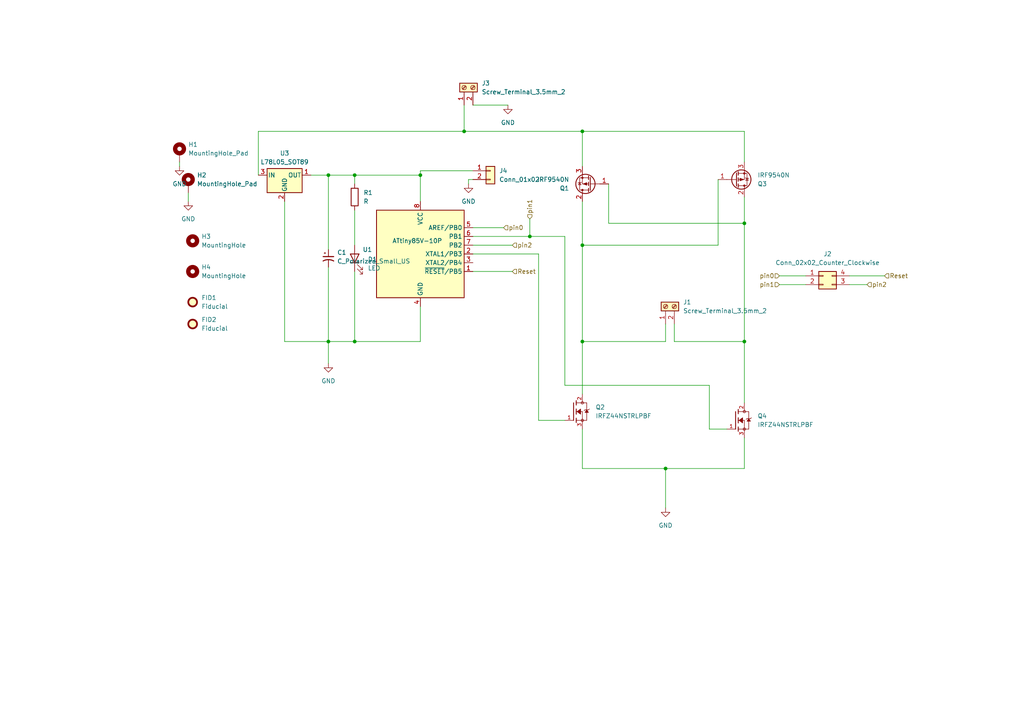
<source format=kicad_sch>
(kicad_sch (version 20231120) (generator "eeschema") (generator_version "8.0")
  (paper "A4")
  (title_block (title "AC_M V2 (DC-AC converter)") (date "19/03/2025") (rev "V2") (company "Fundi Bots") (comment 1 "Design by Henry") (comment 2 "Revised by Eric"))
  (lib_symbols
    (symbol "Connector_Generic:Conn_01x02" (pin_names (offset 1.016) hide)
      (property "Reference" "J" (at 0 2.54 0))
      (property "Value" "Conn_01x02" (at 0 -5.08 0))
      (symbol "Conn_01x02_1_1"
        (rectangle (start -1.27 -2.413) (end 0 -2.667) (stroke (width 0.1524)))
        (rectangle (start -1.27 0.127) (end 0 -0.127) (stroke (width 0.1524)))
        (rectangle (start -1.27 1.27) (end 1.27 -3.81) (stroke (width 0.254)) (fill (type background)))
        (pin passive line (at -5.08 0 0) (length 3.81) (name "Pin_1") (number "1"))
        (pin passive line (at -5.08 -2.54 0) (length 3.81) (name "Pin_2") (number "2"))
      )
    )
    (symbol "Connector_Generic:Conn_02x02_Counter_Clockwise" (pin_names (offset 1.016) hide)
      (property "Reference" "J" (at 1.27 2.54 0))
      (property "Value" "Conn_02x02_Counter_Clockwise" (at 1.27 -5.08 0))
      (symbol "Conn_02x02_Counter_Clockwise_1_1"
        (rectangle (start -1.27 -2.413) (end 0 -2.667) (stroke (width 0.1524)))
        (rectangle (start -1.27 0.127) (end 0 -0.127) (stroke (width 0.1524)))
        (rectangle (start -1.27 1.27) (end 3.81 -3.81) (stroke (width 0.254)) (fill (type background)))
        (rectangle (start 3.81 -2.413) (end 2.54 -2.667) (stroke (width 0.1524)))
        (rectangle (start 3.81 0.127) (end 2.54 -0.127) (stroke (width 0.1524)))
        (pin passive line (at -5.08 0 0) (length 3.81) (name "Pin_1") (number "1"))
        (pin passive line (at -5.08 -2.54 0) (length 3.81) (name "Pin_2") (number "2"))
        (pin passive line (at 7.62 -2.54 180) (length 3.81) (name "Pin_3") (number "3"))
        (pin passive line (at 7.62 0 180) (length 3.81) (name "Pin_4") (number "4"))
      )
    )
    (symbol "Device:C_Polarized_Small_US" (pin_numbers hide) (pin_names (offset 0.254) hide)
      (property "Reference" "C" (at 0.254 1.778 0))
      (property "Value" "C_Polarized_Small_US" (at 0.254 -2.032 0))
      (symbol "C_Polarized_Small_US_0_1"
        (polyline (pts (xy -1.524 0.508) (xy 1.524 0.508)) (stroke (width 0.3048)))
        (polyline (pts (xy -1.27 1.524) (xy -0.762 1.524)))
        (polyline (pts (xy -1.016 1.27) (xy -1.016 1.778)))
        (arc (start 1.524 -0.762) (mid 0 -0.3734) (end -1.524 -0.762) (stroke (width 0.3048)))
      )
      (symbol "C_Polarized_Small_US_1_1"
        (pin passive line (at 0 2.54 270) (length 2.032) (name "~") (number "1"))
        (pin passive line (at 0 -2.54 90) (length 2.032) (name "~") (number "2"))
      )
    )
    (symbol "Device:LED" (pin_numbers hide) (pin_names (offset 1.016) hide)
      (property "Reference" "D" (at 0 2.54 0))
      (property "Value" "LED" (at 0 -2.54 0))
      (symbol "LED_0_1"
        (polyline (pts (xy -1.27 -1.27) (xy -1.27 1.27)) (stroke (width 0.254)))
        (polyline (pts (xy -1.27 0) (xy 1.27 0)))
        (polyline (pts (xy 1.27 -1.27) (xy 1.27 1.27) (xy -1.27 0) (xy 1.27 -1.27)) (stroke (width 0.254)))
        (polyline (pts (xy -3.048 -0.762) (xy -4.572 -2.286) (xy -3.81 -2.286) (xy -4.572 -2.286) (xy -4.572 -1.524)))
        (polyline (pts (xy -1.778 -0.762) (xy -3.302 -2.286) (xy -2.54 -2.286) (xy -3.302 -2.286) (xy -3.302 -1.524)))
      )
      (symbol "LED_1_1"
        (pin passive line (at -3.81 0 0) (length 2.54) (name "K") (number "1"))
        (pin passive line (at 3.81 0 180) (length 2.54) (name "A") (number "2"))
      )
    )
    (symbol "Device:R" (pin_numbers hide) (pin_names (offset 0))
      (property "Reference" "R" (at 2.032 0 90))
      (property "Value" "R" (at 0 0 90))
      (symbol "R_0_1"
        (rectangle (start -1.016 -2.54) (end 1.016 2.54) (stroke (width 0.254)))
      )
      (symbol "R_1_1"
        (pin passive line (at 0 3.81 270) (length 1.27) (name "~") (number "1"))
        (pin passive line (at 0 -3.81 90) (length 1.27) (name "~") (number "2"))
      )
    )
    (symbol "IRFZ44NSTRLPBF:IRFZ44NSTRLPBF" (pin_names (offset 1.016))
      (property "Reference" "Q" (at -8.89 2.54 0))
      (property "Value" "IRFZ44NSTRLPBF" (at -8.89 -7.62 0))
      (symbol "IRFZ44NSTRLPBF_0_0"
        (polyline (pts (xy 0 2.54) (xy 0 -2.54)) (stroke (width 0.254)))
        (polyline (pts (xy 0.762 -2.54) (xy 0.762 -3.175)) (stroke (width 0.254)))
        (polyline (pts (xy 0.762 -1.905) (xy 0.762 -2.54)) (stroke (width 0.254)))
        (polyline (pts (xy 0.762 0) (xy 0.762 -0.762)) (stroke (width 0.254)))
        (polyline (pts (xy 0.762 0) (xy 2.54 0)) (stroke (width 0.1524)))
        (polyline (pts (xy 0.762 0.762) (xy 0.762 0)) (stroke (width 0.254)))
        (polyline (pts (xy 0.762 2.54) (xy 0.762 1.905)) (stroke (width 0.254)))
        (polyline (pts (xy 0.762 2.54) (xy 3.81 2.54)) (stroke (width 0.1524)))
        (polyline (pts (xy 0.762 3.175) (xy 0.762 2.54)) (stroke (width 0.254)))
        (polyline (pts (xy 2.54 -2.54) (xy 0.762 -2.54)) (stroke (width 0.1524)))
        (polyline (pts (xy 2.54 -2.54) (xy 3.81 -2.54)) (stroke (width 0.1524)))
        (polyline (pts (xy 2.54 0) (xy 2.54 -2.54)) (stroke (width 0.1524)))
        (polyline (pts (xy 3.302 0.508) (xy 3.048 0.254)) (stroke (width 0.1524)))
        (polyline (pts (xy 3.81 0.508) (xy 3.302 0.508)) (stroke (width 0.1524)))
        (polyline (pts (xy 3.81 0.508) (xy 3.81 -2.54)) (stroke (width 0.1524)))
        (polyline (pts (xy 3.81 2.54) (xy 3.81 0.508)) (stroke (width 0.1524)))
        (polyline (pts (xy 4.318 0.508) (xy 3.81 0.508)) (stroke (width 0.1524)))
        (polyline (pts (xy 4.572 0.762) (xy 4.318 0.508)) (stroke (width 0.1524)))
        (polyline (pts (xy 1.016 0) (xy 2.032 0.762) (xy 2.032 -0.762) (xy 1.016 0)) (stroke (width 0.1524)) (fill (type outline)))
        (polyline (pts (xy 3.81 0.508) (xy 3.302 -0.254) (xy 4.318 -0.254) (xy 3.81 0.508)) (stroke (width 0.1524)) (fill (type outline)))
        (circle (center 2.54 -2.54) (radius 0.3592))
        (circle (center 2.54 2.54) (radius 0.3592))
        (pin passive line (at -2.54 -2.54 0) (length 2.54) (name "~") (number "1"))
        (pin passive line (at 2.54 5.08 270) (length 2.54) (name "~") (number "2"))
        (pin passive line (at 2.54 -5.08 90) (length 2.54) (name "~") (number "3"))
      )
    )
    (symbol "MCU_Microchip_ATtiny:ATtiny85V-10P"
      (property "Reference" "U" (at -12.7 13.97 0))
      (property "Value" "ATtiny85V-10P" (at 2.54 -13.97 0))
      (symbol "ATtiny85V-10P_0_1"
        (rectangle (start -12.7 -12.7) (end 12.7 12.7) (stroke (width 0.254)) (fill (type background)))
      )
      (symbol "ATtiny85V-10P_1_1"
        (pin bidirectional line (at 15.24 -5.08 180) (length 2.54) (name "~{RESET}/PB5") (number "1"))
        (pin bidirectional line (at 15.24 0 180) (length 2.54) (name "XTAL1/PB3") (number "2"))
        (pin bidirectional line (at 15.24 -2.54 180) (length 2.54) (name "XTAL2/PB4") (number "3"))
        (pin power_in line (at 0 -15.24 90) (length 2.54) (name "GND") (number "4"))
        (pin bidirectional line (at 15.24 7.62 180) (length 2.54) (name "AREF/PB0") (number "5"))
        (pin bidirectional line (at 15.24 5.08 180) (length 2.54) (name "PB1") (number "6"))
        (pin bidirectional line (at 15.24 2.54 180) (length 2.54) (name "PB2") (number "7"))
        (pin power_in line (at 0 15.24 270) (length 2.54) (name "VCC") (number "8"))
      )
    )
    (symbol "Mechanical:Fiducial" (exclude_from_sim yes) (in_bom no)
      (property "Reference" "FID" (at 0 5.08 0))
      (property "Value" "Fiducial" (at 0 3.175 0))
      (symbol "Fiducial_0_1"
        (circle (center 0 0) (radius 1.27) (stroke (width 0.508)) (fill (type background)))
      )
    )
    (symbol "Mechanical:MountingHole" (pin_names (offset 1.016)) (exclude_from_sim yes) (in_bom no)
      (property "Reference" "H" (at 0 5.08 0))
      (property "Value" "MountingHole" (at 0 3.175 0))
      (symbol "MountingHole_0_1"
        (circle (center 0 0) (radius 1.27) (stroke (width 1.27)))
      )
    )
    (symbol "Mechanical:MountingHole_Pad" (pin_numbers hide) (pin_names (offset 1.016) hide)
      (property "Reference" "H" (at 0 6.35 0))
      (property "Value" "MountingHole_Pad" (at 0 4.445 0))
      (symbol "MountingHole_Pad_0_1"
        (circle (center 0 1.27) (radius 1.27) (stroke (width 1.27)))
      )
      (symbol "MountingHole_Pad_1_1"
        (pin input line (at 0 -2.54 90) (length 2.54) (name "1") (number "1"))
      )
    )
    (symbol "Regulator_Linear:L78L05_SOT89" (pin_names (offset 0.254))
      (property "Reference" "U" (at -3.81 3.175 0))
      (property "Value" "L78L05_SOT89" (at -0.635 3.175 0))
      (symbol "L78L05_SOT89_0_1"
        (rectangle (start -5.08 1.905) (end 5.08 -5.08) (stroke (width 0.254)) (fill (type background)))
      )
      (symbol "L78L05_SOT89_1_1"
        (pin power_out line (at 7.62 0 180) (length 2.54) (name "OUT") (number "1"))
        (pin power_in line (at 0 -7.62 90) (length 2.54) (name "GND") (number "2"))
        (pin power_in line (at -7.62 0 0) (length 2.54) (name "IN") (number "3"))
      )
    )
    (symbol "Sparkfun Connectors:Screw_Terminal_3.5mm_2" (pin_names (offset 1.016) hide)
      (property "Reference" "J" (at 0 3.81 0))
      (property "Value" "Screw_Terminal_3.5mm_2" (at 0 -3.81 0))
      (symbol "Screw_Terminal_3.5mm_2_1_1"
        (rectangle (start -1.27 2.54) (end 1.27 -2.54) (stroke (width 0.254)) (fill (type background)))
        (circle (center 0 -1.27) (radius 0.635) (stroke (width 0.1524)))
        (polyline (pts (xy -0.5334 -0.9398) (xy 0.3302 -1.778)) (stroke (width 0.1524)))
        (polyline (pts (xy -0.5334 1.6002) (xy 0.3302 0.762)) (stroke (width 0.1524)))
        (polyline (pts (xy -0.3556 -0.762) (xy 0.508 -1.6002)) (stroke (width 0.1524)))
        (polyline (pts (xy -0.3556 1.778) (xy 0.508 0.9398)) (stroke (width 0.1524)))
        (circle (center 0 1.27) (radius 0.635) (stroke (width 0.1524)))
        (pin passive line (at -5.08 1.27 0) (length 3.81) (name "Pin_1") (number "1"))
        (pin passive line (at -5.08 -1.27 0) (length 3.81) (name "Pin_2") (number "2"))
      )
    )
    (symbol "Transistor_FET:IRF9540N" (pin_names hide)
      (property "Reference" "Q" (at 5.08 1.905 0))
      (property "Value" "IRF9540N" (at 5.08 0 0))
      (symbol "IRF9540N_0_1"
        (polyline (pts (xy 0.254 0) (xy -2.54 0)))
        (polyline (pts (xy 0.254 1.905) (xy 0.254 -1.905)) (stroke (width 0.254)))
        (polyline (pts (xy 0.762 -1.27) (xy 0.762 -2.286)) (stroke (width 0.254)))
        (polyline (pts (xy 0.762 0.508) (xy 0.762 -0.508)) (stroke (width 0.254)))
        (polyline (pts (xy 0.762 2.286) (xy 0.762 1.27)) (stroke (width 0.254)))
        (polyline (pts (xy 2.54 2.54) (xy 2.54 1.778)))
        (polyline (pts (xy 2.54 -2.54) (xy 2.54 0) (xy 0.762 0)))
        (polyline (pts (xy 0.762 1.778) (xy 3.302 1.778) (xy 3.302 -1.778) (xy 0.762 -1.778)))
        (polyline (pts (xy 2.286 0) (xy 1.27 0.381) (xy 1.27 -0.381) (xy 2.286 0)) (fill (type outline)))
        (polyline (pts (xy 2.794 -0.508) (xy 2.921 -0.381) (xy 3.683 -0.381) (xy 3.81 -0.254)))
        (polyline (pts (xy 3.302 -0.381) (xy 2.921 0.254) (xy 3.683 0.254) (xy 3.302 -0.381)))
        (circle (center 1.651 0) (radius 2.794) (stroke (width 0.254)))
        (circle (center 2.54 -1.778) (radius 0.254) (fill (type outline)))
        (circle (center 2.54 1.778) (radius 0.254) (fill (type outline)))
      )
      (symbol "IRF9540N_1_1"
        (pin input line (at -5.08 0 0) (length 2.54) (name "G") (number "1"))
        (pin passive line (at 2.54 5.08 270) (length 2.54) (name "D") (number "2"))
        (pin passive line (at 2.54 -5.08 90) (length 2.54) (name "S") (number "3"))
      )
    )
    (symbol "power:GND" (power) (pin_names (offset 0))
      (property "Value" "GND" (at 0 -3.81 0))
      (symbol "GND_0_1"
        (polyline (pts (xy 0 0) (xy 0 -1.27) (xy 1.27 -1.27) (xy 0 -2.54) (xy -1.27 -1.27) (xy 0 -1.27)))
      )
      (symbol "GND_1_1"
        (pin power_in line (at 0 0 270) (length 0) hide (name "GND") (number "1"))
      )
    )
  )
  (junction (at 102.87 50.8))
  (junction (at 193.04 135.89))
  (junction (at 168.91 71.12))
  (junction (at 215.9 64.77))
  (junction (at 134.62 38.1))
  (junction (at 153.67 68.58))
  (junction (at 102.87 99.06))
  (junction (at 95.25 99.06))
  (junction (at 121.92 50.8))
  (junction (at 95.25 50.8))
  (junction (at 168.91 38.1))
  (junction (at 168.91 99.06))
  (junction (at 215.9 99.06))
  (wire (pts (xy 193.04 93.98) (xy 193.04 99.06)))
  (wire (pts (xy 246.38 80.01) (xy 256.54 80.01)))
  (wire (pts (xy 134.62 38.1) (xy 168.91 38.1)))
  (wire (pts (xy 82.55 99.06) (xy 95.25 99.06)))
  (wire (pts (xy 176.53 53.34) (xy 176.53 64.77)))
  (wire (pts (xy 215.9 99.06) (xy 215.9 116.84)))
  (wire (pts (xy 208.28 52.07) (xy 208.28 71.12)))
  (wire (pts (xy 168.91 124.46) (xy 168.91 135.89)))
  (wire (pts (xy 168.91 38.1) (xy 168.91 48.26)))
  (wire (pts (xy 215.9 64.77) (xy 215.9 99.06)))
  (wire (pts (xy 163.83 111.76) (xy 205.74 111.76)))
  (wire (pts (xy 205.74 111.76) (xy 205.74 124.46)))
  (wire (pts (xy 52.07 46.99) (xy 52.07 48.26)))
  (wire (pts (xy 215.9 57.15) (xy 215.9 64.77)))
  (wire (pts (xy 163.83 68.58) (xy 163.83 111.76)))
  (wire (pts (xy 156.21 121.92) (xy 163.83 121.92)))
  (wire (pts (xy 90.17 50.8) (xy 95.25 50.8)))
  (wire (pts (xy 168.91 38.1) (xy 215.9 38.1)))
  (wire (pts (xy 137.16 78.74) (xy 148.59 78.74)))
  (wire (pts (xy 137.16 66.04) (xy 146.05 66.04)))
  (wire (pts (xy 153.67 63.5) (xy 153.67 68.58)))
  (wire (pts (xy 168.91 135.89) (xy 193.04 135.89)))
  (wire (pts (xy 54.61 55.88) (xy 54.61 58.42)))
  (wire (pts (xy 95.25 72.39) (xy 95.25 50.8)))
  (wire (pts (xy 95.25 99.06) (xy 102.87 99.06)))
  (wire (pts (xy 195.58 93.98) (xy 195.58 99.06)))
  (wire (pts (xy 95.25 77.47) (xy 95.25 99.06)))
  (wire (pts (xy 137.16 52.07) (xy 135.89 52.07)))
  (wire (pts (xy 121.92 49.53) (xy 121.92 50.8)))
  (wire (pts (xy 193.04 135.89) (xy 193.04 147.32)))
  (wire (pts (xy 95.25 99.06) (xy 95.25 105.41)))
  (wire (pts (xy 102.87 60.96) (xy 102.87 71.12)))
  (wire (pts (xy 195.58 99.06) (xy 215.9 99.06)))
  (wire (pts (xy 137.16 71.12) (xy 148.59 71.12)))
  (wire (pts (xy 205.74 124.46) (xy 210.82 124.46)))
  (wire (pts (xy 137.16 49.53) (xy 121.92 49.53)))
  (wire (pts (xy 168.91 99.06) (xy 168.91 114.3)))
  (wire (pts (xy 246.38 82.55) (xy 251.46 82.55)))
  (wire (pts (xy 134.62 30.48) (xy 134.62 38.1)))
  (wire (pts (xy 135.89 52.07) (xy 135.89 53.34)))
  (wire (pts (xy 121.92 58.42) (xy 121.92 50.8)))
  (wire (pts (xy 121.92 88.9) (xy 121.92 99.06)))
  (wire (pts (xy 208.28 71.12) (xy 168.91 71.12)))
  (wire (pts (xy 121.92 50.8) (xy 102.87 50.8)))
  (wire (pts (xy 82.55 58.42) (xy 82.55 99.06)))
  (wire (pts (xy 226.06 82.55) (xy 233.68 82.55)))
  (wire (pts (xy 74.93 38.1) (xy 74.93 50.8)))
  (wire (pts (xy 74.93 38.1) (xy 134.62 38.1)))
  (wire (pts (xy 215.9 135.89) (xy 215.9 127)))
  (wire (pts (xy 121.92 99.06) (xy 102.87 99.06)))
  (wire (pts (xy 137.16 30.48) (xy 147.32 30.48)))
  (wire (pts (xy 176.53 64.77) (xy 215.9 64.77)))
  (wire (pts (xy 193.04 99.06) (xy 168.91 99.06)))
  (wire (pts (xy 102.87 50.8) (xy 102.87 53.34)))
  (wire (pts (xy 156.21 73.66) (xy 156.21 121.92)))
  (wire (pts (xy 215.9 38.1) (xy 215.9 46.99)))
  (wire (pts (xy 137.16 73.66) (xy 156.21 73.66)))
  (wire (pts (xy 193.04 135.89) (xy 215.9 135.89)))
  (wire (pts (xy 137.16 68.58) (xy 153.67 68.58)))
  (wire (pts (xy 95.25 50.8) (xy 102.87 50.8)))
  (wire (pts (xy 153.67 68.58) (xy 163.83 68.58)))
  (wire (pts (xy 168.91 71.12) (xy 168.91 99.06)))
  (wire (pts (xy 102.87 78.74) (xy 102.87 99.06)))
  (wire (pts (xy 226.06 80.01) (xy 233.68 80.01)))
  (wire (pts (xy 168.91 58.42) (xy 168.91 71.12)))
  (hierarchical_label "pin1" (shape input) (at 153.67 63.5 90))
  (hierarchical_label "Reset" (shape input) (at 148.59 78.74 0))
  (hierarchical_label "pin0" (shape input) (at 226.06 80.01 180))
  (hierarchical_label "Reset" (shape input) (at 256.54 80.01 0))
  (hierarchical_label "pin1" (shape input) (at 226.06 82.55 180))
  (hierarchical_label "pin0" (shape input) (at 146.05 66.04 0))
  (hierarchical_label "pin2" (shape input) (at 251.46 82.55 0))
  (hierarchical_label "pin2" (shape input) (at 148.59 71.12 0))
  (symbol (lib_id "Mechanical:Fiducial") (at 55.88 87.63 0) (unit 1) (exclude_from_sim yes) (in_bom no)
    (property "Reference" "FID1" (at 58.42 86.3599 0) (effects (justify left)))
    (property "Value" "Fiducial" (at 58.42 88.8999 0) (effects (justify left)))
    (property "Footprint" "Fiducial:Fiducial_0.5mm_Mask1mm" (effects (hide yes)))
    (property "Description" "Fiducial Marker" (effects (hide yes)))
  )
  (symbol (lib_id "Mechanical:MountingHole") (at 55.88 78.74 0) (unit 1) (exclude_from_sim yes) (in_bom no)
    (property "Reference" "H4" (at 58.42 77.4699 0) (effects (justify left)))
    (property "Value" "MountingHole" (at 58.42 80.0099 0) (effects (justify left)))
    (property "Footprint" "MountingHole:MountingHole_3.2mm_M3" (effects (hide yes)))
    (property "Description" "Mounting Hole without connection" (effects (hide yes)))
  )
  (symbol (lib_id "Connector_Generic:Conn_01x02") (at 142.24 49.53 0) (unit 1)
    (property "Reference" "J4" (at 144.78 49.5299 0) (effects (justify left)))
    (property "Value" "Conn_01x02" (at 144.78 52.0699 0) (effects (justify left)))
    (property "Footprint" "Connector_PinHeader_2.54mm:PinHeader_1x02_P2.54mm_Vertical" (effects (hide yes)))
    (property "Description" "Generic connector, single row, 01x02, script generated (kicad-library-utils/schlib/autogen/connector/)" (effects (hide yes)))
  )
  (symbol (lib_id "power:GND") (at 135.89 53.34 0) (unit 1)
    (property "Reference" "#PWR05" (effects (hide yes)))
    (property "Value" "GND" (at 135.89 58.42 0))
  )
  (symbol (lib_id "IRFZ44NSTRLPBF:IRFZ44NSTRLPBF") (at 166.37 119.38 0) (unit 1)
    (property "Reference" "Q2" (at 172.72 118.1099 0) (effects (justify left)))
    (property "Value" "IRFZ44NSTRLPBF" (at 172.72 120.6499 0) (effects (justify left)))
    (property "Footprint" "Package_TO_SOT_SMD:TO-263-2" (effects (hide yes)))
    (property "MF" "Infineon Technologies" (effects (hide yes)))
    (property "MAXIMUM_PACKAGE_HEIGHT" "4.83mm" (effects (hide yes)))
    (property "Package" "D2PAK Infineon" (effects (hide yes)))
    (property "Price" "None" (effects (hide yes)))
    (property "Check_prices" "https://www.snapeda.com/parts/IRFZ44NSTRLPBF/Infineon/view-part/?ref=eda" (effects (hide yes)))
    (property "STANDARD" "IPC 7351B" (effects (hide yes)))
    (property "PARTREV" "3/18/04" (effects (hide yes)))
    (property "SnapEDA_Link" "https://www.snapeda.com/parts/IRFZ44NSTRLPBF/Infineon/view-part/?ref=snap" (effects (hide yes)))
    (property "MP" "IRFZ44NSTRLPBF" (effects (hide yes)))
    (property "Description_1" "\n                        \n                            RoHS Compliant | Low RDS(on) | Industry-leading quality | Dynamic dv/dt Rating | Fast Switching | Fully Avalanche Rated | 175C Operating Temperature\n                        \n" (effects (hide yes)))
    (property "Availability" "In Stock" (effects (hide yes)))
    (property "MANUFACTURER" "Infineon Technologies" (effects (hide yes)))
  )
  (symbol (lib_id "power:GND") (at 54.61 58.42 0) (unit 1)
    (property "Reference" "#PWR03" (effects (hide yes)))
    (property "Value" "GND" (at 54.61 63.5 0))
  )
  (symbol (lib_id "Mechanical:MountingHole_Pad") (at 54.61 53.34 0) (unit 1)
    (property "Reference" "H2" (at 57.15 50.8 0) (effects (justify left)))
    (property "Value" "MountingHole_Pad" (at 57.15 53.34 0) (effects (justify left)))
    (property "Footprint" "MountingHole:MountingHole_2.2mm_M2_DIN965_Pad" (effects (hide yes)))
  )
  (symbol (lib_id "Sparkfun Connectors:Screw_Terminal_3.5mm_2") (at 135.89 25.4 90) (unit 1)
    (property "Reference" "J3" (at 139.7 24.1299 90) (effects (justify right)))
    (property "Value" "Screw_Terminal_3.5mm_2" (at 139.7 26.6699 90) (effects (justify right)))
    (property "Footprint" "TerminalBlock_MetzConnect:TerminalBlock_MetzConnect_Type011_RT05502HBWC_1x02_P5.00mm_Horizontal" (effects (hide yes)))
    (property "Datasheet" "https://cdn.sparkfun.com/assets/8/5/e/4/d/ASS_4091_CO.pdf" (effects (hide yes)))
    (property "Description" "Generic screw terminal, single row," (effects (hide yes)))
    (property "PROD_ID" "CONN-08399" (effects (hide yes)))
  )
  (symbol (lib_id "Device:LED") (at 102.87 74.93 90) (unit 1)
    (property "Reference" "D1" (at 106.68 75.2475 90) (effects (justify right)))
    (property "Value" "LED" (at 106.68 77.7875 90) (effects (justify right)))
    (property "Footprint" "LED_SMD:LED_1206_3216Metric_Pad1.42x1.75mm_HandSolder" (effects (hide yes)))
  )
  (symbol (lib_id "power:GND") (at 147.32 30.48 0) (unit 1)
    (property "Reference" "#PWR04" (effects (hide yes)))
    (property "Value" "GND" (at 147.32 35.56 0))
  )
  (symbol (lib_id "power:GND") (at 52.07 48.26 0) (unit 1)
    (property "Reference" "#PWR02" (effects (hide yes)))
    (property "Value" "GND" (at 52.07 53.34 0))
  )
  (symbol (lib_id "Regulator_Linear:L78L05_SOT89") (at 82.55 50.8 0) (unit 1)
    (property "Reference" "U3" (at 82.55 44.45 0))
    (property "Value" "L78L05_SOT89" (at 82.55 46.99 0))
    (property "Footprint" "Package_TO_SOT_SMD:SOT-89-3_Handsoldering" (effects (hide yes)))
    (property "Datasheet" "http://www.st.com/content/ccc/resource/technical/document/datasheet/15/55/e5/aa/23/5b/43/fd/CD00000446.pdf/files/CD00000446.pdf/jcr:content/translations/en.CD00000446.pdf" (effects (hide yes)))
    (property "Description" "Positive 100mA 30V Linear Regulator, Fixed Output 5V, SOT-89" (effects (hide yes)))
  )
  (symbol (lib_id "Connector_Generic:Conn_02x02_Counter_Clockwise") (at 238.76 80.01 0) (unit 1)
    (property "Reference" "J2" (at 240.03 73.66 0))
    (property "Value" "Conn_02x02_Counter_Clockwise" (at 240.03 76.2 0))
    (property "Footprint" "Connector_PinHeader_2.54mm:PinHeader_2x02_P2.54mm_Vertical" (effects (hide yes)))
    (property "Description" "Generic connector, double row, 02x02, counter clockwise pin numbering scheme (similar to DIP package numbering), script generated (kicad-library-utils/schlib/autogen/connector/)" (effects (hide yes)))
  )
  (symbol (lib_id "power:GND") (at 95.25 105.41 0) (unit 1)
    (property "Reference" "#PWR01" (effects (hide yes)))
    (property "Value" "GND" (at 95.25 110.49 0))
  )
  (symbol (lib_id "Transistor_FET:IRF9540N") (at 213.36 52.07 0) (mirror x) (unit 1)
    (property "Reference" "Q3" (at 219.71 53.34 0) (effects (justify left)))
    (property "Value" "IRF9540N" (at 219.71 50.8 0) (effects (justify left)))
    (property "Footprint" "Package_TO_SOT_SMD:TO-263-2" (effects (hide yes)))
    (property "Datasheet" "http://www.irf.com/product-info/datasheets/data/irf9540n.pdf" (effects (hide yes)))
  )
  (symbol (lib_id "power:GND") (at 193.04 147.32 0) (unit 1)
    (property "Reference" "#PWR06" (effects (hide yes)))
    (property "Value" "GND" (at 193.04 152.4 0))
  )
  (symbol (lib_id "IRFZ44NSTRLPBF:IRFZ44NSTRLPBF") (at 213.36 121.92 0) (unit 1)
    (property "Reference" "Q4" (at 219.71 120.6499 0) (effects (justify left)))
    (property "Value" "IRFZ44NSTRLPBF" (at 219.71 123.1899 0) (effects (justify left)))
    (property "Footprint" "Package_TO_SOT_SMD:TO-263-2" (effects (hide yes)))
    (property "MF" "Infineon Technologies" (effects (hide yes)))
    (property "MAXIMUM_PACKAGE_HEIGHT" "4.83mm" (effects (hide yes)))
    (property "Package" "D2PAK Infineon" (effects (hide yes)))
    (property "Price" "None" (effects (hide yes)))
    (property "Check_prices" "https://www.snapeda.com/parts/IRFZ44NSTRLPBF/Infineon/view-part/?ref=eda" (effects (hide yes)))
    (property "STANDARD" "IPC 7351B" (effects (hide yes)))
    (property "PARTREV" "3/18/04" (effects (hide yes)))
    (property "SnapEDA_Link" "https://www.snapeda.com/parts/IRFZ44NSTRLPBF/Infineon/view-part/?ref=snap" (effects (hide yes)))
    (property "MP" "IRFZ44NSTRLPBF" (effects (hide yes)))
    (property "Description_1" "\n                        \n                            RoHS Compliant | Low RDS(on) | Industry-leading quality | Dynamic dv/dt Rating | Fast Switching | Fully Avalanche Rated | 175C Operating Temperature\n                        \n" (effects (hide yes)))
    (property "Availability" "In Stock" (effects (hide yes)))
    (property "MANUFACTURER" "Infineon Technologies" (effects (hide yes)))
  )
  (symbol (lib_id "Device:C_Polarized_Small_US") (at 95.25 74.93 0) (unit 1)
    (property "Reference" "C1" (at 97.79 73.2282 0) (effects (justify left)))
    (property "Value" "C_Polarized_Small_US" (at 97.79 75.7682 0) (effects (justify left)))
    (property "Footprint" "Capacitor_SMD:CP_Elec_4x5.3" (effects (hide yes)))
  )
  (symbol (lib_id "Transistor_FET:IRF9540N") (at 171.45 53.34 180) (unit 1)
    (property "Reference" "Q1" (at 165.1 54.61 0) (effects (justify left)))
    (property "Value" "IRF9540N" (at 165.1 52.07 0) (effects (justify left)))
    (property "Footprint" "Package_TO_SOT_SMD:TO-263-2" (effects (hide yes)))
    (property "Datasheet" "http://www.irf.com/product-info/datasheets/data/irf9540n.pdf" (effects (hide yes)))
  )
  (symbol (lib_id "Mechanical:Fiducial") (at 55.88 93.98 0) (unit 1) (exclude_from_sim yes) (in_bom no)
    (property "Reference" "FID2" (at 58.42 92.7099 0) (effects (justify left)))
    (property "Value" "Fiducial" (at 58.42 95.2499 0) (effects (justify left)))
    (property "Footprint" "Fiducial:Fiducial_0.5mm_Mask1mm" (effects (hide yes)))
    (property "Description" "Fiducial Marker" (effects (hide yes)))
  )
  (symbol (lib_id "MCU_Microchip_ATtiny:ATtiny85V-10P") (at 121.92 73.66 0) (unit 1)
    (property "Reference" "U1" (at 107.95 72.39 0) (effects (justify right)))
    (property "Value" "ATtiny85V-10P" (at 128.27 69.85 0) (effects (justify right)))
    (property "Footprint" "Package_SO:SOP-8_5.28x5.23mm_P1.27mm" (effects (hide yes)))
    (property "Datasheet" "http://ww1.microchip.com/downloads/en/DeviceDoc/atmel-2586-avr-8-bit-microcontroller-attiny25-attiny45-attiny85_datasheet.pdf" (effects (hide yes)))
  )
  (symbol (lib_id "Sparkfun Connectors:Screw_Terminal_3.5mm_2") (at 194.31 88.9 90) (unit 1)
    (property "Reference" "J1" (at 198.12 87.6299 90) (effects (justify right)))
    (property "Value" "Screw_Terminal_3.5mm_2" (at 198.12 90.1699 90) (effects (justify right)))
    (property "Footprint" "TerminalBlock_MetzConnect:TerminalBlock_MetzConnect_Type011_RT05502HBWC_1x02_P5.00mm_Horizontal" (effects (hide yes)))
    (property "Datasheet" "https://cdn.sparkfun.com/assets/8/5/e/4/d/ASS_4091_CO.pdf" (effects (hide yes)))
    (property "Description" "Generic screw terminal, single row," (effects (hide yes)))
    (property "PROD_ID" "CONN-08399" (effects (hide yes)))
  )
  (symbol (lib_id "Device:R") (at 102.87 57.15 0) (unit 1)
    (property "Reference" "R1" (at 105.41 55.88 0) (effects (justify left)))
    (property "Value" "R" (at 105.41 58.42 0) (effects (justify left)))
    (property "Footprint" "Resistor_SMD:R_1206_3216Metric" (effects (hide yes)))
  )
  (symbol (lib_id "Mechanical:MountingHole_Pad") (at 52.07 44.45 0) (unit 1)
    (property "Reference" "H1" (at 54.61 41.91 0) (effects (justify left)))
    (property "Value" "MountingHole_Pad" (at 54.61 44.45 0) (effects (justify left)))
    (property "Footprint" "MountingHole:MountingHole_2.2mm_M2_DIN965_Pad" (effects (hide yes)))
  )
  (symbol (lib_id "Mechanical:MountingHole") (at 55.88 69.85 0) (unit 1) (exclude_from_sim yes) (in_bom no)
    (property "Reference" "H3" (at 58.42 68.5799 0) (effects (justify left)))
    (property "Value" "MountingHole" (at 58.42 71.1199 0) (effects (justify left)))
    (property "Footprint" "MountingHole:MountingHole_3.2mm_M3" (effects (hide yes)))
    (property "Description" "Mounting Hole without connection" (effects (hide yes)))
  )
)
</source>
